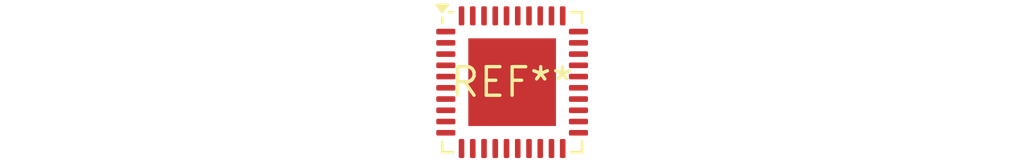
<source format=kicad_pcb>
(kicad_pcb (version 20240108) (generator pcbnew)
  (layers (0 "F.Cu" signal) (31 "B.Cu" signal) (34 "B.Paste" user) (35 "F.Paste" user) (36 "B.SilkS" user "B.Silkscreen") (37 "F.SilkS" user "F.Silkscreen") (38 "B.Mask" user) (39 "F.Mask" user) (44 "Edge.Cuts" user))
  (net 0 "")
  (footprint "LFCSP-40-1EP_6x6mm_P0.5mm_EP3.9x3.9mm" (layer "F.Cu") (at 0 0)
    (property "Reference" "REF**")
    (property "Value" "LFCSP-40-1EP_6x6mm_P0.5mm_EP3.9x3.9mm")
    (fp_line (start -3.11 -2.635) (end -3.11 -2.87) (layer "F.SilkS") (stroke (width 0.12)))
    (fp_line (start -3.11 3.11) (end -3.11 2.635) (layer "F.SilkS") (stroke (width 0.12)))
    (fp_line (start -2.635 -3.11) (end -2.81 -3.11) (layer "F.SilkS") (stroke (width 0.12)))
    (fp_line (start -2.635 3.11) (end -3.11 3.11) (layer "F.SilkS") (stroke (width 0.12)))
    (fp_line (start 2.635 -3.11) (end 3.11 -3.11) (layer "F.SilkS") (stroke (width 0.12)))
    (fp_line (start 2.635 3.11) (end 3.11 3.11) (layer "F.SilkS") (stroke (width 0.12)))
    (fp_line (start 3.11 -3.11) (end 3.11 -2.635) (layer "F.SilkS") (stroke (width 0.12)))
    (fp_line (start 3.11 3.11) (end 3.11 2.635) (layer "F.SilkS") (stroke (width 0.12)))
    (fp_poly (pts (xy -3.11 -3.11) (xy -3.35 -3.44) (xy -2.87 -3.44) (xy -3.11 -3.11)) (layer "F.SilkS") (stroke (width 0.12)) (fill solid))
    (pad "1" smd roundrect (at -2.95 -2.25) (size 0.85 0.25) (layers "F.Cu" "F.Paste" "F.Mask"))
    (pad "2" smd roundrect (at -2.95 -1.75) (size 0.85 0.25) (layers "F.Cu" "F.Paste" "F.Mask"))
    (pad "3" smd roundrect (at -2.95 -1.25) (size 0.85 0.25) (layers "F.Cu" "F.Paste" "F.Mask"))
    (pad "4" smd roundrect (at -2.95 -0.75) (size 0.85 0.25) (layers "F.Cu" "F.Paste" "F.Mask"))
    (pad "5" smd roundrect (at -2.95 -0.25) (size 0.85 0.25) (layers "F.Cu" "F.Paste" "F.Mask"))
    (pad "6" smd roundrect (at -2.95 0.25) (size 0.85 0.25) (layers "F.Cu" "F.Paste" "F.Mask"))
    (pad "7" smd roundrect (at -2.95 0.75) (size 0.85 0.25) (layers "F.Cu" "F.Paste" "F.Mask"))
    (pad "8" smd roundrect (at -2.95 1.25) (size 0.85 0.25) (layers "F.Cu" "F.Paste" "F.Mask"))
    (pad "9" smd roundrect (at -2.95 1.75) (size 0.85 0.25) (layers "F.Cu" "F.Paste" "F.Mask"))
    (pad "10" smd roundrect (at -2.95 2.25) (size 0.85 0.25) (layers "F.Cu" "F.Paste" "F.Mask"))
    (pad "11" smd roundrect (at -2.25 2.95) (size 0.25 0.85) (layers "F.Cu" "F.Paste" "F.Mask"))
    (pad "12" smd roundrect (at -1.75 2.95) (size 0.25 0.85) (layers "F.Cu" "F.Paste" "F.Mask"))
    (pad "13" smd roundrect (at -1.25 2.95) (size 0.25 0.85) (layers "F.Cu" "F.Paste" "F.Mask"))
    (pad "14" smd roundrect (at -0.75 2.95) (size 0.25 0.85) (layers "F.Cu" "F.Paste" "F.Mask"))
    (pad "15" smd roundrect (at -0.25 2.95) (size 0.25 0.85) (layers "F.Cu" "F.Paste" "F.Mask"))
    (pad "16" smd roundrect (at 0.25 2.95) (size 0.25 0.85) (layers "F.Cu" "F.Paste" "F.Mask"))
    (pad "17" smd roundrect (at 0.75 2.95) (size 0.25 0.85) (layers "F.Cu" "F.Paste" "F.Mask"))
    (pad "18" smd roundrect (at 1.25 2.95) (size 0.25 0.85) (layers "F.Cu" "F.Paste" "F.Mask"))
    (pad "19" smd roundrect (at 1.75 2.95) (size 0.25 0.85) (layers "F.Cu" "F.Paste" "F.Mask"))
    (pad "20" smd roundrect (at 2.25 2.95) (size 0.25 0.85) (layers "F.Cu" "F.Paste" "F.Mask"))
    (pad "21" smd roundrect (at 2.95 2.25) (size 0.85 0.25) (layers "F.Cu" "F.Paste" "F.Mask"))
    (pad "22" smd roundrect (at 2.95 1.75) (size 0.85 0.25) (layers "F.Cu" "F.Paste" "F.Mask"))
    (pad "23" smd roundrect (at 2.95 1.25) (size 0.85 0.25) (layers "F.Cu" "F.Paste" "F.Mask"))
    (pad "24" smd roundrect (at 2.95 0.75) (size 0.85 0.25) (layers "F.Cu" "F.Paste" "F.Mask"))
    (pad "25" smd roundrect (at 2.95 0.25) (size 0.85 0.25) (layers "F.Cu" "F.Paste" "F.Mask"))
    (pad "26" smd roundrect (at 2.95 -0.25) (size 0.85 0.25) (layers "F.Cu" "F.Paste" "F.Mask"))
    (pad "27" smd roundrect (at 2.95 -0.75) (size 0.85 0.25) (layers "F.Cu" "F.Paste" "F.Mask"))
    (pad "28" smd roundrect (at 2.95 -1.25) (size 0.85 0.25) (layers "F.Cu" "F.Paste" "F.Mask"))
    (pad "29" smd roundrect (at 2.95 -1.75) (size 0.85 0.25) (layers "F.Cu" "F.Paste" "F.Mask"))
    (pad "30" smd roundrect (at 2.95 -2.25) (size 0.85 0.25) (layers "F.Cu" "F.Paste" "F.Mask"))
    (pad "31" smd roundrect (at 2.25 -2.95) (size 0.25 0.85) (layers "F.Cu" "F.Paste" "F.Mask"))
    (pad "32" smd roundrect (at 1.75 -2.95) (size 0.25 0.85) (layers "F.Cu" "F.Paste" "F.Mask"))
    (pad "33" smd roundrect (at 1.25 -2.95) (size 0.25 0.85) (layers "F.Cu" "F.Paste" "F.Mask"))
    (pad "34" smd roundrect (at 0.75 -2.95) (size 0.25 0.85) (layers "F.Cu" "F.Paste" "F.Mask"))
    (pad "35" smd roundrect (at 0.25 -2.95) (size 0.25 0.85) (layers "F.Cu" "F.Paste" "F.Mask"))
    (pad "36" smd roundrect (at -0.25 -2.95) (size 0.25 0.85) (layers "F.Cu" "F.Paste" "F.Mask"))
    (pad "37" smd roundrect (at -0.75 -2.95) (size 0.25 0.85) (layers "F.Cu" "F.Paste" "F.Mask"))
    (pad "38" smd roundrect (at -1.25 -2.95) (size 0.25 0.85) (layers "F.Cu" "F.Paste" "F.Mask"))
    (pad "39" smd roundrect (at -1.75 -2.95) (size 0.25 0.85) (layers "F.Cu" "F.Paste" "F.Mask"))
    (pad "40" smd roundrect (at -2.25 -2.95) (size 0.25 0.85) (layers "F.Cu" "F.Paste" "F.Mask"))
    (pad "41" smd rect (at 0 0) (size 3.9 3.9) (property pad_prop_heatsink) (layers "F.Cu" "F.Mask"))
  )
)
</source>
